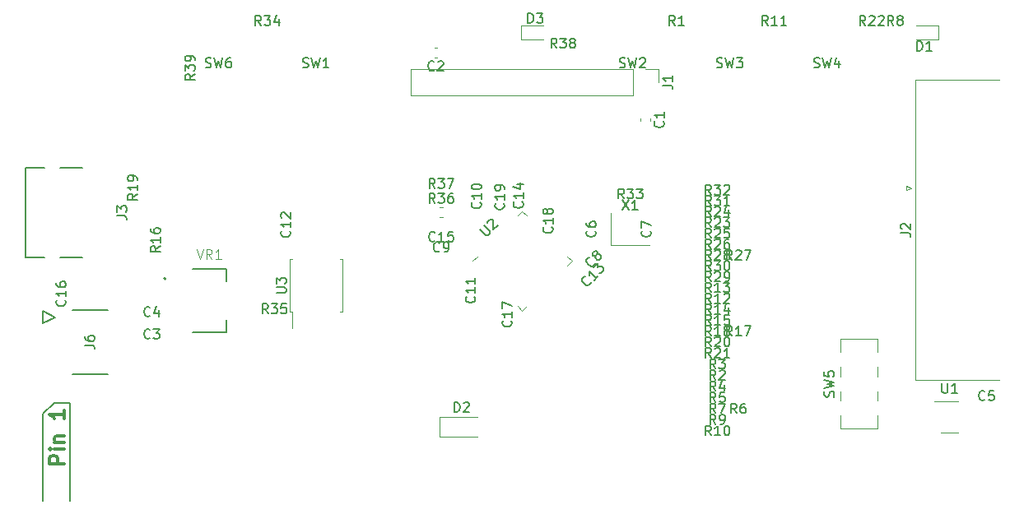
<source format=gto>
G04 #@! TF.GenerationSoftware,KiCad,Pcbnew,6.0.7-f9a2dced07~116~ubuntu22.04.1*
G04 #@! TF.CreationDate,2022-09-25T15:05:22-07:00*
G04 #@! TF.ProjectId,rc2014compat-pico-vga,72633230-3134-4636-9f6d-7061742d7069,rev?*
G04 #@! TF.SameCoordinates,Original*
G04 #@! TF.FileFunction,Legend,Top*
G04 #@! TF.FilePolarity,Positive*
%FSLAX46Y46*%
G04 Gerber Fmt 4.6, Leading zero omitted, Abs format (unit mm)*
G04 Created by KiCad (PCBNEW 6.0.7-f9a2dced07~116~ubuntu22.04.1) date 2022-09-25 15:05:22*
%MOMM*%
%LPD*%
G01*
G04 APERTURE LIST*
%ADD10C,0.200000*%
%ADD11C,0.300000*%
%ADD12C,0.150000*%
%ADD13C,0.015000*%
%ADD14C,0.120000*%
%ADD15C,0.152400*%
%ADD16C,0.127000*%
G04 APERTURE END LIST*
D10*
X154144980Y-144200880D02*
X155326080Y-143019780D01*
X155326080Y-143019780D02*
X156895800Y-143019780D01*
X156895800Y-143019780D02*
X156895800Y-153131520D01*
X154144980Y-153131520D02*
X154144980Y-144200880D01*
X156895800Y-153131520D02*
X156931360Y-153131520D01*
D11*
X156360251Y-149315465D02*
X154860251Y-149315465D01*
X154860251Y-148744037D01*
X154931680Y-148601180D01*
X155003108Y-148529751D01*
X155145965Y-148458322D01*
X155360251Y-148458322D01*
X155503108Y-148529751D01*
X155574537Y-148601180D01*
X155645965Y-148744037D01*
X155645965Y-149315465D01*
X156360251Y-147815465D02*
X155360251Y-147815465D01*
X154860251Y-147815465D02*
X154931680Y-147886894D01*
X155003108Y-147815465D01*
X154931680Y-147744037D01*
X154860251Y-147815465D01*
X155003108Y-147815465D01*
X155360251Y-147101180D02*
X156360251Y-147101180D01*
X155503108Y-147101180D02*
X155431680Y-147029751D01*
X155360251Y-146886894D01*
X155360251Y-146672608D01*
X155431680Y-146529751D01*
X155574537Y-146458322D01*
X156360251Y-146458322D01*
X156360251Y-143815465D02*
X156360251Y-144672608D01*
X156360251Y-144244037D02*
X154860251Y-144244037D01*
X155074537Y-144386894D01*
X155217394Y-144529751D01*
X155288822Y-144672608D01*
D12*
G04 #@! TO.C,R37*
X194479942Y-120942380D02*
X194146609Y-120466190D01*
X193908514Y-120942380D02*
X193908514Y-119942380D01*
X194289466Y-119942380D01*
X194384704Y-119990000D01*
X194432323Y-120037619D01*
X194479942Y-120132857D01*
X194479942Y-120275714D01*
X194432323Y-120370952D01*
X194384704Y-120418571D01*
X194289466Y-120466190D01*
X193908514Y-120466190D01*
X194813276Y-119942380D02*
X195432323Y-119942380D01*
X195098990Y-120323333D01*
X195241847Y-120323333D01*
X195337085Y-120370952D01*
X195384704Y-120418571D01*
X195432323Y-120513809D01*
X195432323Y-120751904D01*
X195384704Y-120847142D01*
X195337085Y-120894761D01*
X195241847Y-120942380D01*
X194956133Y-120942380D01*
X194860895Y-120894761D01*
X194813276Y-120847142D01*
X195765657Y-119942380D02*
X196432323Y-119942380D01*
X196003752Y-120942380D01*
G04 #@! TO.C,R21*
X222877142Y-138401380D02*
X222543809Y-137925190D01*
X222305714Y-138401380D02*
X222305714Y-137401380D01*
X222686666Y-137401380D01*
X222781904Y-137449000D01*
X222829523Y-137496619D01*
X222877142Y-137591857D01*
X222877142Y-137734714D01*
X222829523Y-137829952D01*
X222781904Y-137877571D01*
X222686666Y-137925190D01*
X222305714Y-137925190D01*
X223258095Y-137496619D02*
X223305714Y-137449000D01*
X223400952Y-137401380D01*
X223639047Y-137401380D01*
X223734285Y-137449000D01*
X223781904Y-137496619D01*
X223829523Y-137591857D01*
X223829523Y-137687095D01*
X223781904Y-137829952D01*
X223210476Y-138401380D01*
X223829523Y-138401380D01*
X224781904Y-138401380D02*
X224210476Y-138401380D01*
X224496190Y-138401380D02*
X224496190Y-137401380D01*
X224400952Y-137544238D01*
X224305714Y-137639476D01*
X224210476Y-137687095D01*
G04 #@! TO.C,SW5*
X235479761Y-142430333D02*
X235527380Y-142287476D01*
X235527380Y-142049380D01*
X235479761Y-141954142D01*
X235432142Y-141906523D01*
X235336904Y-141858904D01*
X235241666Y-141858904D01*
X235146428Y-141906523D01*
X235098809Y-141954142D01*
X235051190Y-142049380D01*
X235003571Y-142239857D01*
X234955952Y-142335095D01*
X234908333Y-142382714D01*
X234813095Y-142430333D01*
X234717857Y-142430333D01*
X234622619Y-142382714D01*
X234575000Y-142335095D01*
X234527380Y-142239857D01*
X234527380Y-142001761D01*
X234575000Y-141858904D01*
X234527380Y-141525571D02*
X235527380Y-141287476D01*
X234813095Y-141097000D01*
X235527380Y-140906523D01*
X234527380Y-140668428D01*
X234527380Y-139811285D02*
X234527380Y-140287476D01*
X235003571Y-140335095D01*
X234955952Y-140287476D01*
X234908333Y-140192238D01*
X234908333Y-139954142D01*
X234955952Y-139858904D01*
X235003571Y-139811285D01*
X235098809Y-139763666D01*
X235336904Y-139763666D01*
X235432142Y-139811285D01*
X235479761Y-139858904D01*
X235527380Y-139954142D01*
X235527380Y-140192238D01*
X235479761Y-140287476D01*
X235432142Y-140335095D01*
G04 #@! TO.C,SW1*
X180878666Y-108489761D02*
X181021523Y-108537380D01*
X181259619Y-108537380D01*
X181354857Y-108489761D01*
X181402476Y-108442142D01*
X181450095Y-108346904D01*
X181450095Y-108251666D01*
X181402476Y-108156428D01*
X181354857Y-108108809D01*
X181259619Y-108061190D01*
X181069142Y-108013571D01*
X180973904Y-107965952D01*
X180926285Y-107918333D01*
X180878666Y-107823095D01*
X180878666Y-107727857D01*
X180926285Y-107632619D01*
X180973904Y-107585000D01*
X181069142Y-107537380D01*
X181307238Y-107537380D01*
X181450095Y-107585000D01*
X181783428Y-107537380D02*
X182021523Y-108537380D01*
X182212000Y-107823095D01*
X182402476Y-108537380D01*
X182640571Y-107537380D01*
X183545333Y-108537380D02*
X182973904Y-108537380D01*
X183259619Y-108537380D02*
X183259619Y-107537380D01*
X183164380Y-107680238D01*
X183069142Y-107775476D01*
X182973904Y-107823095D01*
G04 #@! TO.C,C14*
X203453942Y-122359657D02*
X203501561Y-122407276D01*
X203549180Y-122550133D01*
X203549180Y-122645371D01*
X203501561Y-122788228D01*
X203406323Y-122883466D01*
X203311085Y-122931085D01*
X203120609Y-122978704D01*
X202977752Y-122978704D01*
X202787276Y-122931085D01*
X202692038Y-122883466D01*
X202596800Y-122788228D01*
X202549180Y-122645371D01*
X202549180Y-122550133D01*
X202596800Y-122407276D01*
X202644419Y-122359657D01*
X203549180Y-121407276D02*
X203549180Y-121978704D01*
X203549180Y-121692990D02*
X202549180Y-121692990D01*
X202692038Y-121788228D01*
X202787276Y-121883466D01*
X202834895Y-121978704D01*
X202882514Y-120550133D02*
X203549180Y-120550133D01*
X202501561Y-120788228D02*
X203215847Y-121026323D01*
X203215847Y-120407276D01*
G04 #@! TO.C,R10*
X222877142Y-146402380D02*
X222543809Y-145926190D01*
X222305714Y-146402380D02*
X222305714Y-145402380D01*
X222686666Y-145402380D01*
X222781904Y-145450000D01*
X222829523Y-145497619D01*
X222877142Y-145592857D01*
X222877142Y-145735714D01*
X222829523Y-145830952D01*
X222781904Y-145878571D01*
X222686666Y-145926190D01*
X222305714Y-145926190D01*
X223829523Y-146402380D02*
X223258095Y-146402380D01*
X223543809Y-146402380D02*
X223543809Y-145402380D01*
X223448571Y-145545238D01*
X223353333Y-145640476D01*
X223258095Y-145688095D01*
X224448571Y-145402380D02*
X224543809Y-145402380D01*
X224639047Y-145450000D01*
X224686666Y-145497619D01*
X224734285Y-145592857D01*
X224781904Y-145783333D01*
X224781904Y-146021428D01*
X224734285Y-146211904D01*
X224686666Y-146307142D01*
X224639047Y-146354761D01*
X224543809Y-146402380D01*
X224448571Y-146402380D01*
X224353333Y-146354761D01*
X224305714Y-146307142D01*
X224258095Y-146211904D01*
X224210476Y-146021428D01*
X224210476Y-145783333D01*
X224258095Y-145592857D01*
X224305714Y-145497619D01*
X224353333Y-145450000D01*
X224448571Y-145402380D01*
G04 #@! TO.C,C17*
X202288742Y-134602457D02*
X202336361Y-134650076D01*
X202383980Y-134792933D01*
X202383980Y-134888171D01*
X202336361Y-135031028D01*
X202241123Y-135126266D01*
X202145885Y-135173885D01*
X201955409Y-135221504D01*
X201812552Y-135221504D01*
X201622076Y-135173885D01*
X201526838Y-135126266D01*
X201431600Y-135031028D01*
X201383980Y-134888171D01*
X201383980Y-134792933D01*
X201431600Y-134650076D01*
X201479219Y-134602457D01*
X202383980Y-133650076D02*
X202383980Y-134221504D01*
X202383980Y-133935790D02*
X201383980Y-133935790D01*
X201526838Y-134031028D01*
X201622076Y-134126266D01*
X201669695Y-134221504D01*
X201383980Y-133316742D02*
X201383980Y-132650076D01*
X202383980Y-133078647D01*
G04 #@! TO.C,R13*
X222877142Y-131670380D02*
X222543809Y-131194190D01*
X222305714Y-131670380D02*
X222305714Y-130670380D01*
X222686666Y-130670380D01*
X222781904Y-130718000D01*
X222829523Y-130765619D01*
X222877142Y-130860857D01*
X222877142Y-131003714D01*
X222829523Y-131098952D01*
X222781904Y-131146571D01*
X222686666Y-131194190D01*
X222305714Y-131194190D01*
X223829523Y-131670380D02*
X223258095Y-131670380D01*
X223543809Y-131670380D02*
X223543809Y-130670380D01*
X223448571Y-130813238D01*
X223353333Y-130908476D01*
X223258095Y-130956095D01*
X224162857Y-130670380D02*
X224781904Y-130670380D01*
X224448571Y-131051333D01*
X224591428Y-131051333D01*
X224686666Y-131098952D01*
X224734285Y-131146571D01*
X224781904Y-131241809D01*
X224781904Y-131479904D01*
X224734285Y-131575142D01*
X224686666Y-131622761D01*
X224591428Y-131670380D01*
X224305714Y-131670380D01*
X224210476Y-131622761D01*
X224162857Y-131575142D01*
G04 #@! TO.C,R9*
X223353333Y-145259380D02*
X223020000Y-144783190D01*
X222781904Y-145259380D02*
X222781904Y-144259380D01*
X223162857Y-144259380D01*
X223258095Y-144307000D01*
X223305714Y-144354619D01*
X223353333Y-144449857D01*
X223353333Y-144592714D01*
X223305714Y-144687952D01*
X223258095Y-144735571D01*
X223162857Y-144783190D01*
X222781904Y-144783190D01*
X223829523Y-145259380D02*
X224020000Y-145259380D01*
X224115238Y-145211761D01*
X224162857Y-145164142D01*
X224258095Y-145021285D01*
X224305714Y-144830809D01*
X224305714Y-144449857D01*
X224258095Y-144354619D01*
X224210476Y-144307000D01*
X224115238Y-144259380D01*
X223924761Y-144259380D01*
X223829523Y-144307000D01*
X223781904Y-144354619D01*
X223734285Y-144449857D01*
X223734285Y-144687952D01*
X223781904Y-144783190D01*
X223829523Y-144830809D01*
X223924761Y-144878428D01*
X224115238Y-144878428D01*
X224210476Y-144830809D01*
X224258095Y-144783190D01*
X224305714Y-144687952D01*
G04 #@! TO.C,C8*
X210940172Y-128651274D02*
X210940172Y-128718617D01*
X210872828Y-128853304D01*
X210805485Y-128920648D01*
X210670797Y-128987991D01*
X210536110Y-128987991D01*
X210435095Y-128954320D01*
X210266736Y-128853304D01*
X210165721Y-128752289D01*
X210064706Y-128583930D01*
X210031034Y-128482915D01*
X210031034Y-128348228D01*
X210098378Y-128213541D01*
X210165721Y-128146197D01*
X210300408Y-128078854D01*
X210367752Y-128078854D01*
X211007515Y-127910495D02*
X210906500Y-127944167D01*
X210839156Y-127944167D01*
X210738141Y-127910495D01*
X210704469Y-127876823D01*
X210670797Y-127775808D01*
X210670797Y-127708465D01*
X210704469Y-127607449D01*
X210839156Y-127472762D01*
X210940172Y-127439091D01*
X211007515Y-127439091D01*
X211108530Y-127472762D01*
X211142202Y-127506434D01*
X211175874Y-127607449D01*
X211175874Y-127674793D01*
X211142202Y-127775808D01*
X211007515Y-127910495D01*
X210973843Y-128011510D01*
X210973843Y-128078854D01*
X211007515Y-128179869D01*
X211142202Y-128314556D01*
X211243217Y-128348228D01*
X211310561Y-128348228D01*
X211411576Y-128314556D01*
X211546263Y-128179869D01*
X211579935Y-128078854D01*
X211579935Y-128011510D01*
X211546263Y-127910495D01*
X211411576Y-127775808D01*
X211310561Y-127742136D01*
X211243217Y-127742136D01*
X211142202Y-127775808D01*
G04 #@! TO.C,R33*
X213936342Y-122015180D02*
X213603009Y-121538990D01*
X213364914Y-122015180D02*
X213364914Y-121015180D01*
X213745866Y-121015180D01*
X213841104Y-121062800D01*
X213888723Y-121110419D01*
X213936342Y-121205657D01*
X213936342Y-121348514D01*
X213888723Y-121443752D01*
X213841104Y-121491371D01*
X213745866Y-121538990D01*
X213364914Y-121538990D01*
X214269676Y-121015180D02*
X214888723Y-121015180D01*
X214555390Y-121396133D01*
X214698247Y-121396133D01*
X214793485Y-121443752D01*
X214841104Y-121491371D01*
X214888723Y-121586609D01*
X214888723Y-121824704D01*
X214841104Y-121919942D01*
X214793485Y-121967561D01*
X214698247Y-122015180D01*
X214412533Y-122015180D01*
X214317295Y-121967561D01*
X214269676Y-121919942D01*
X215222057Y-121015180D02*
X215841104Y-121015180D01*
X215507771Y-121396133D01*
X215650628Y-121396133D01*
X215745866Y-121443752D01*
X215793485Y-121491371D01*
X215841104Y-121586609D01*
X215841104Y-121824704D01*
X215793485Y-121919942D01*
X215745866Y-121967561D01*
X215650628Y-122015180D01*
X215364914Y-122015180D01*
X215269676Y-121967561D01*
X215222057Y-121919942D01*
G04 #@! TO.C,R16*
X166214380Y-126931657D02*
X165738190Y-127264990D01*
X166214380Y-127503085D02*
X165214380Y-127503085D01*
X165214380Y-127122133D01*
X165262000Y-127026895D01*
X165309619Y-126979276D01*
X165404857Y-126931657D01*
X165547714Y-126931657D01*
X165642952Y-126979276D01*
X165690571Y-127026895D01*
X165738190Y-127122133D01*
X165738190Y-127503085D01*
X166214380Y-125979276D02*
X166214380Y-126550704D01*
X166214380Y-126264990D02*
X165214380Y-126264990D01*
X165357238Y-126360228D01*
X165452476Y-126455466D01*
X165500095Y-126550704D01*
X165214380Y-125122133D02*
X165214380Y-125312609D01*
X165262000Y-125407847D01*
X165309619Y-125455466D01*
X165452476Y-125550704D01*
X165642952Y-125598323D01*
X166023904Y-125598323D01*
X166119142Y-125550704D01*
X166166761Y-125503085D01*
X166214380Y-125407847D01*
X166214380Y-125217371D01*
X166166761Y-125122133D01*
X166119142Y-125074514D01*
X166023904Y-125026895D01*
X165785809Y-125026895D01*
X165690571Y-125074514D01*
X165642952Y-125122133D01*
X165595333Y-125217371D01*
X165595333Y-125407847D01*
X165642952Y-125503085D01*
X165690571Y-125550704D01*
X165785809Y-125598323D01*
G04 #@! TO.C,R1*
X219162333Y-104184380D02*
X218829000Y-103708190D01*
X218590904Y-104184380D02*
X218590904Y-103184380D01*
X218971857Y-103184380D01*
X219067095Y-103232000D01*
X219114714Y-103279619D01*
X219162333Y-103374857D01*
X219162333Y-103517714D01*
X219114714Y-103612952D01*
X219067095Y-103660571D01*
X218971857Y-103708190D01*
X218590904Y-103708190D01*
X220114714Y-104184380D02*
X219543285Y-104184380D01*
X219829000Y-104184380D02*
X219829000Y-103184380D01*
X219733761Y-103327238D01*
X219638523Y-103422476D01*
X219543285Y-103470095D01*
G04 #@! TO.C,D1*
X244051904Y-106792380D02*
X244051904Y-105792380D01*
X244290000Y-105792380D01*
X244432857Y-105840000D01*
X244528095Y-105935238D01*
X244575714Y-106030476D01*
X244623333Y-106220952D01*
X244623333Y-106363809D01*
X244575714Y-106554285D01*
X244528095Y-106649523D01*
X244432857Y-106744761D01*
X244290000Y-106792380D01*
X244051904Y-106792380D01*
X245575714Y-106792380D02*
X245004285Y-106792380D01*
X245290000Y-106792380D02*
X245290000Y-105792380D01*
X245194761Y-105935238D01*
X245099523Y-106030476D01*
X245004285Y-106078095D01*
G04 #@! TO.C,R35*
X177309542Y-133851580D02*
X176976209Y-133375390D01*
X176738114Y-133851580D02*
X176738114Y-132851580D01*
X177119066Y-132851580D01*
X177214304Y-132899200D01*
X177261923Y-132946819D01*
X177309542Y-133042057D01*
X177309542Y-133184914D01*
X177261923Y-133280152D01*
X177214304Y-133327771D01*
X177119066Y-133375390D01*
X176738114Y-133375390D01*
X177642876Y-132851580D02*
X178261923Y-132851580D01*
X177928590Y-133232533D01*
X178071447Y-133232533D01*
X178166685Y-133280152D01*
X178214304Y-133327771D01*
X178261923Y-133423009D01*
X178261923Y-133661104D01*
X178214304Y-133756342D01*
X178166685Y-133803961D01*
X178071447Y-133851580D01*
X177785733Y-133851580D01*
X177690495Y-133803961D01*
X177642876Y-133756342D01*
X179166685Y-132851580D02*
X178690495Y-132851580D01*
X178642876Y-133327771D01*
X178690495Y-133280152D01*
X178785733Y-133232533D01*
X179023828Y-133232533D01*
X179119066Y-133280152D01*
X179166685Y-133327771D01*
X179214304Y-133423009D01*
X179214304Y-133661104D01*
X179166685Y-133756342D01*
X179119066Y-133803961D01*
X179023828Y-133851580D01*
X178785733Y-133851580D01*
X178690495Y-133803961D01*
X178642876Y-133756342D01*
G04 #@! TO.C,C11*
X198529542Y-132113257D02*
X198577161Y-132160876D01*
X198624780Y-132303733D01*
X198624780Y-132398971D01*
X198577161Y-132541828D01*
X198481923Y-132637066D01*
X198386685Y-132684685D01*
X198196209Y-132732304D01*
X198053352Y-132732304D01*
X197862876Y-132684685D01*
X197767638Y-132637066D01*
X197672400Y-132541828D01*
X197624780Y-132398971D01*
X197624780Y-132303733D01*
X197672400Y-132160876D01*
X197720019Y-132113257D01*
X198624780Y-131160876D02*
X198624780Y-131732304D01*
X198624780Y-131446590D02*
X197624780Y-131446590D01*
X197767638Y-131541828D01*
X197862876Y-131637066D01*
X197910495Y-131732304D01*
X198624780Y-130208495D02*
X198624780Y-130779923D01*
X198624780Y-130494209D02*
X197624780Y-130494209D01*
X197767638Y-130589447D01*
X197862876Y-130684685D01*
X197910495Y-130779923D01*
G04 #@! TO.C,R3*
X223353333Y-139544380D02*
X223020000Y-139068190D01*
X222781904Y-139544380D02*
X222781904Y-138544380D01*
X223162857Y-138544380D01*
X223258095Y-138592000D01*
X223305714Y-138639619D01*
X223353333Y-138734857D01*
X223353333Y-138877714D01*
X223305714Y-138972952D01*
X223258095Y-139020571D01*
X223162857Y-139068190D01*
X222781904Y-139068190D01*
X223686666Y-138544380D02*
X224305714Y-138544380D01*
X223972380Y-138925333D01*
X224115238Y-138925333D01*
X224210476Y-138972952D01*
X224258095Y-139020571D01*
X224305714Y-139115809D01*
X224305714Y-139353904D01*
X224258095Y-139449142D01*
X224210476Y-139496761D01*
X224115238Y-139544380D01*
X223829523Y-139544380D01*
X223734285Y-139496761D01*
X223686666Y-139449142D01*
G04 #@! TO.C,R5*
X223353333Y-142973380D02*
X223020000Y-142497190D01*
X222781904Y-142973380D02*
X222781904Y-141973380D01*
X223162857Y-141973380D01*
X223258095Y-142021000D01*
X223305714Y-142068619D01*
X223353333Y-142163857D01*
X223353333Y-142306714D01*
X223305714Y-142401952D01*
X223258095Y-142449571D01*
X223162857Y-142497190D01*
X222781904Y-142497190D01*
X224258095Y-141973380D02*
X223781904Y-141973380D01*
X223734285Y-142449571D01*
X223781904Y-142401952D01*
X223877142Y-142354333D01*
X224115238Y-142354333D01*
X224210476Y-142401952D01*
X224258095Y-142449571D01*
X224305714Y-142544809D01*
X224305714Y-142782904D01*
X224258095Y-142878142D01*
X224210476Y-142925761D01*
X224115238Y-142973380D01*
X223877142Y-142973380D01*
X223781904Y-142925761D01*
X223734285Y-142878142D01*
G04 #@! TO.C,C16*
X156413142Y-132468857D02*
X156460761Y-132516476D01*
X156508380Y-132659333D01*
X156508380Y-132754571D01*
X156460761Y-132897428D01*
X156365523Y-132992666D01*
X156270285Y-133040285D01*
X156079809Y-133087904D01*
X155936952Y-133087904D01*
X155746476Y-133040285D01*
X155651238Y-132992666D01*
X155556000Y-132897428D01*
X155508380Y-132754571D01*
X155508380Y-132659333D01*
X155556000Y-132516476D01*
X155603619Y-132468857D01*
X156508380Y-131516476D02*
X156508380Y-132087904D01*
X156508380Y-131802190D02*
X155508380Y-131802190D01*
X155651238Y-131897428D01*
X155746476Y-131992666D01*
X155794095Y-132087904D01*
X155508380Y-130659333D02*
X155508380Y-130849809D01*
X155556000Y-130945047D01*
X155603619Y-130992666D01*
X155746476Y-131087904D01*
X155936952Y-131135523D01*
X156317904Y-131135523D01*
X156413142Y-131087904D01*
X156460761Y-131040285D01*
X156508380Y-130945047D01*
X156508380Y-130754571D01*
X156460761Y-130659333D01*
X156413142Y-130611714D01*
X156317904Y-130564095D01*
X156079809Y-130564095D01*
X155984571Y-130611714D01*
X155936952Y-130659333D01*
X155889333Y-130754571D01*
X155889333Y-130945047D01*
X155936952Y-131040285D01*
X155984571Y-131087904D01*
X156079809Y-131135523D01*
G04 #@! TO.C,SW4*
X233456666Y-108489761D02*
X233599523Y-108537380D01*
X233837619Y-108537380D01*
X233932857Y-108489761D01*
X233980476Y-108442142D01*
X234028095Y-108346904D01*
X234028095Y-108251666D01*
X233980476Y-108156428D01*
X233932857Y-108108809D01*
X233837619Y-108061190D01*
X233647142Y-108013571D01*
X233551904Y-107965952D01*
X233504285Y-107918333D01*
X233456666Y-107823095D01*
X233456666Y-107727857D01*
X233504285Y-107632619D01*
X233551904Y-107585000D01*
X233647142Y-107537380D01*
X233885238Y-107537380D01*
X234028095Y-107585000D01*
X234361428Y-107537380D02*
X234599523Y-108537380D01*
X234790000Y-107823095D01*
X234980476Y-108537380D01*
X235218571Y-107537380D01*
X236028095Y-107870714D02*
X236028095Y-108537380D01*
X235790000Y-107489761D02*
X235551904Y-108204047D01*
X236170952Y-108204047D01*
G04 #@! TO.C,R24*
X222877142Y-123847180D02*
X222543809Y-123370990D01*
X222305714Y-123847180D02*
X222305714Y-122847180D01*
X222686666Y-122847180D01*
X222781904Y-122894800D01*
X222829523Y-122942419D01*
X222877142Y-123037657D01*
X222877142Y-123180514D01*
X222829523Y-123275752D01*
X222781904Y-123323371D01*
X222686666Y-123370990D01*
X222305714Y-123370990D01*
X223258095Y-122942419D02*
X223305714Y-122894800D01*
X223400952Y-122847180D01*
X223639047Y-122847180D01*
X223734285Y-122894800D01*
X223781904Y-122942419D01*
X223829523Y-123037657D01*
X223829523Y-123132895D01*
X223781904Y-123275752D01*
X223210476Y-123847180D01*
X223829523Y-123847180D01*
X224686666Y-123180514D02*
X224686666Y-123847180D01*
X224448571Y-122799561D02*
X224210476Y-123513847D01*
X224829523Y-123513847D01*
G04 #@! TO.C,SW6*
X170878666Y-108489761D02*
X171021523Y-108537380D01*
X171259619Y-108537380D01*
X171354857Y-108489761D01*
X171402476Y-108442142D01*
X171450095Y-108346904D01*
X171450095Y-108251666D01*
X171402476Y-108156428D01*
X171354857Y-108108809D01*
X171259619Y-108061190D01*
X171069142Y-108013571D01*
X170973904Y-107965952D01*
X170926285Y-107918333D01*
X170878666Y-107823095D01*
X170878666Y-107727857D01*
X170926285Y-107632619D01*
X170973904Y-107585000D01*
X171069142Y-107537380D01*
X171307238Y-107537380D01*
X171450095Y-107585000D01*
X171783428Y-107537380D02*
X172021523Y-108537380D01*
X172212000Y-107823095D01*
X172402476Y-108537380D01*
X172640571Y-107537380D01*
X173450095Y-107537380D02*
X173259619Y-107537380D01*
X173164380Y-107585000D01*
X173116761Y-107632619D01*
X173021523Y-107775476D01*
X172973904Y-107965952D01*
X172973904Y-108346904D01*
X173021523Y-108442142D01*
X173069142Y-108489761D01*
X173164380Y-108537380D01*
X173354857Y-108537380D01*
X173450095Y-108489761D01*
X173497714Y-108442142D01*
X173545333Y-108346904D01*
X173545333Y-108108809D01*
X173497714Y-108013571D01*
X173450095Y-107965952D01*
X173354857Y-107918333D01*
X173164380Y-107918333D01*
X173069142Y-107965952D01*
X173021523Y-108013571D01*
X172973904Y-108108809D01*
G04 #@! TO.C,R30*
X222877142Y-129435180D02*
X222543809Y-128958990D01*
X222305714Y-129435180D02*
X222305714Y-128435180D01*
X222686666Y-128435180D01*
X222781904Y-128482800D01*
X222829523Y-128530419D01*
X222877142Y-128625657D01*
X222877142Y-128768514D01*
X222829523Y-128863752D01*
X222781904Y-128911371D01*
X222686666Y-128958990D01*
X222305714Y-128958990D01*
X223210476Y-128435180D02*
X223829523Y-128435180D01*
X223496190Y-128816133D01*
X223639047Y-128816133D01*
X223734285Y-128863752D01*
X223781904Y-128911371D01*
X223829523Y-129006609D01*
X223829523Y-129244704D01*
X223781904Y-129339942D01*
X223734285Y-129387561D01*
X223639047Y-129435180D01*
X223353333Y-129435180D01*
X223258095Y-129387561D01*
X223210476Y-129339942D01*
X224448571Y-128435180D02*
X224543809Y-128435180D01*
X224639047Y-128482800D01*
X224686666Y-128530419D01*
X224734285Y-128625657D01*
X224781904Y-128816133D01*
X224781904Y-129054228D01*
X224734285Y-129244704D01*
X224686666Y-129339942D01*
X224639047Y-129387561D01*
X224543809Y-129435180D01*
X224448571Y-129435180D01*
X224353333Y-129387561D01*
X224305714Y-129339942D01*
X224258095Y-129244704D01*
X224210476Y-129054228D01*
X224210476Y-128816133D01*
X224258095Y-128625657D01*
X224305714Y-128530419D01*
X224353333Y-128482800D01*
X224448571Y-128435180D01*
G04 #@! TO.C,J1*
X217931680Y-110366133D02*
X218645966Y-110366133D01*
X218788823Y-110413752D01*
X218884061Y-110508990D01*
X218931680Y-110651847D01*
X218931680Y-110747085D01*
X218931680Y-109366133D02*
X218931680Y-109937561D01*
X218931680Y-109651847D02*
X217931680Y-109651847D01*
X218074538Y-109747085D01*
X218169776Y-109842323D01*
X218217395Y-109937561D01*
G04 #@! TO.C,C3*
X165187333Y-136350342D02*
X165139714Y-136397961D01*
X164996857Y-136445580D01*
X164901619Y-136445580D01*
X164758761Y-136397961D01*
X164663523Y-136302723D01*
X164615904Y-136207485D01*
X164568285Y-136017009D01*
X164568285Y-135874152D01*
X164615904Y-135683676D01*
X164663523Y-135588438D01*
X164758761Y-135493200D01*
X164901619Y-135445580D01*
X164996857Y-135445580D01*
X165139714Y-135493200D01*
X165187333Y-135540819D01*
X165520666Y-135445580D02*
X166139714Y-135445580D01*
X165806380Y-135826533D01*
X165949238Y-135826533D01*
X166044476Y-135874152D01*
X166092095Y-135921771D01*
X166139714Y-136017009D01*
X166139714Y-136255104D01*
X166092095Y-136350342D01*
X166044476Y-136397961D01*
X165949238Y-136445580D01*
X165663523Y-136445580D01*
X165568285Y-136397961D01*
X165520666Y-136350342D01*
G04 #@! TO.C,J2*
X242398049Y-125570333D02*
X243112335Y-125570333D01*
X243255192Y-125617952D01*
X243350430Y-125713190D01*
X243398049Y-125856047D01*
X243398049Y-125951285D01*
X242493288Y-125141761D02*
X242445669Y-125094142D01*
X242398049Y-124998904D01*
X242398049Y-124760809D01*
X242445669Y-124665571D01*
X242493288Y-124617952D01*
X242588526Y-124570333D01*
X242683764Y-124570333D01*
X242826621Y-124617952D01*
X243398049Y-125189380D01*
X243398049Y-124570333D01*
G04 #@! TO.C,U1*
X246634095Y-141027580D02*
X246634095Y-141837104D01*
X246681714Y-141932342D01*
X246729333Y-141979961D01*
X246824571Y-142027580D01*
X247015047Y-142027580D01*
X247110285Y-141979961D01*
X247157904Y-141932342D01*
X247205523Y-141837104D01*
X247205523Y-141027580D01*
X248205523Y-142027580D02*
X247634095Y-142027580D01*
X247919809Y-142027580D02*
X247919809Y-141027580D01*
X247824571Y-141170438D01*
X247729333Y-141265676D01*
X247634095Y-141313295D01*
G04 #@! TO.C,R23*
X222877142Y-124964780D02*
X222543809Y-124488590D01*
X222305714Y-124964780D02*
X222305714Y-123964780D01*
X222686666Y-123964780D01*
X222781904Y-124012400D01*
X222829523Y-124060019D01*
X222877142Y-124155257D01*
X222877142Y-124298114D01*
X222829523Y-124393352D01*
X222781904Y-124440971D01*
X222686666Y-124488590D01*
X222305714Y-124488590D01*
X223258095Y-124060019D02*
X223305714Y-124012400D01*
X223400952Y-123964780D01*
X223639047Y-123964780D01*
X223734285Y-124012400D01*
X223781904Y-124060019D01*
X223829523Y-124155257D01*
X223829523Y-124250495D01*
X223781904Y-124393352D01*
X223210476Y-124964780D01*
X223829523Y-124964780D01*
X224162857Y-123964780D02*
X224781904Y-123964780D01*
X224448571Y-124345733D01*
X224591428Y-124345733D01*
X224686666Y-124393352D01*
X224734285Y-124440971D01*
X224781904Y-124536209D01*
X224781904Y-124774304D01*
X224734285Y-124869542D01*
X224686666Y-124917161D01*
X224591428Y-124964780D01*
X224305714Y-124964780D01*
X224210476Y-124917161D01*
X224162857Y-124869542D01*
G04 #@! TO.C,D3*
X204051904Y-103932380D02*
X204051904Y-102932380D01*
X204290000Y-102932380D01*
X204432857Y-102980000D01*
X204528095Y-103075238D01*
X204575714Y-103170476D01*
X204623333Y-103360952D01*
X204623333Y-103503809D01*
X204575714Y-103694285D01*
X204528095Y-103789523D01*
X204432857Y-103884761D01*
X204290000Y-103932380D01*
X204051904Y-103932380D01*
X204956666Y-102932380D02*
X205575714Y-102932380D01*
X205242380Y-103313333D01*
X205385238Y-103313333D01*
X205480476Y-103360952D01*
X205528095Y-103408571D01*
X205575714Y-103503809D01*
X205575714Y-103741904D01*
X205528095Y-103837142D01*
X205480476Y-103884761D01*
X205385238Y-103932380D01*
X205099523Y-103932380D01*
X205004285Y-103884761D01*
X204956666Y-103837142D01*
G04 #@! TO.C,R2*
X223353333Y-140687380D02*
X223020000Y-140211190D01*
X222781904Y-140687380D02*
X222781904Y-139687380D01*
X223162857Y-139687380D01*
X223258095Y-139735000D01*
X223305714Y-139782619D01*
X223353333Y-139877857D01*
X223353333Y-140020714D01*
X223305714Y-140115952D01*
X223258095Y-140163571D01*
X223162857Y-140211190D01*
X222781904Y-140211190D01*
X223734285Y-139782619D02*
X223781904Y-139735000D01*
X223877142Y-139687380D01*
X224115238Y-139687380D01*
X224210476Y-139735000D01*
X224258095Y-139782619D01*
X224305714Y-139877857D01*
X224305714Y-139973095D01*
X224258095Y-140115952D01*
X223686666Y-140687380D01*
X224305714Y-140687380D01*
G04 #@! TO.C,R7*
X223353333Y-144116380D02*
X223020000Y-143640190D01*
X222781904Y-144116380D02*
X222781904Y-143116380D01*
X223162857Y-143116380D01*
X223258095Y-143164000D01*
X223305714Y-143211619D01*
X223353333Y-143306857D01*
X223353333Y-143449714D01*
X223305714Y-143544952D01*
X223258095Y-143592571D01*
X223162857Y-143640190D01*
X222781904Y-143640190D01*
X223686666Y-143116380D02*
X224353333Y-143116380D01*
X223924761Y-144116380D01*
G04 #@! TO.C,C6*
X210921542Y-125337866D02*
X210969161Y-125385485D01*
X211016780Y-125528342D01*
X211016780Y-125623580D01*
X210969161Y-125766438D01*
X210873923Y-125861676D01*
X210778685Y-125909295D01*
X210588209Y-125956914D01*
X210445352Y-125956914D01*
X210254876Y-125909295D01*
X210159638Y-125861676D01*
X210064400Y-125766438D01*
X210016780Y-125623580D01*
X210016780Y-125528342D01*
X210064400Y-125385485D01*
X210112019Y-125337866D01*
X210016780Y-124480723D02*
X210016780Y-124671200D01*
X210064400Y-124766438D01*
X210112019Y-124814057D01*
X210254876Y-124909295D01*
X210445352Y-124956914D01*
X210826304Y-124956914D01*
X210921542Y-124909295D01*
X210969161Y-124861676D01*
X211016780Y-124766438D01*
X211016780Y-124575961D01*
X210969161Y-124480723D01*
X210921542Y-124433104D01*
X210826304Y-124385485D01*
X210588209Y-124385485D01*
X210492971Y-124433104D01*
X210445352Y-124480723D01*
X210397733Y-124575961D01*
X210397733Y-124766438D01*
X210445352Y-124861676D01*
X210492971Y-124909295D01*
X210588209Y-124956914D01*
G04 #@! TO.C,R32*
X222877142Y-121611980D02*
X222543809Y-121135790D01*
X222305714Y-121611980D02*
X222305714Y-120611980D01*
X222686666Y-120611980D01*
X222781904Y-120659600D01*
X222829523Y-120707219D01*
X222877142Y-120802457D01*
X222877142Y-120945314D01*
X222829523Y-121040552D01*
X222781904Y-121088171D01*
X222686666Y-121135790D01*
X222305714Y-121135790D01*
X223210476Y-120611980D02*
X223829523Y-120611980D01*
X223496190Y-120992933D01*
X223639047Y-120992933D01*
X223734285Y-121040552D01*
X223781904Y-121088171D01*
X223829523Y-121183409D01*
X223829523Y-121421504D01*
X223781904Y-121516742D01*
X223734285Y-121564361D01*
X223639047Y-121611980D01*
X223353333Y-121611980D01*
X223258095Y-121564361D01*
X223210476Y-121516742D01*
X224210476Y-120707219D02*
X224258095Y-120659600D01*
X224353333Y-120611980D01*
X224591428Y-120611980D01*
X224686666Y-120659600D01*
X224734285Y-120707219D01*
X224781904Y-120802457D01*
X224781904Y-120897695D01*
X224734285Y-121040552D01*
X224162857Y-121611980D01*
X224781904Y-121611980D01*
G04 #@! TO.C,R29*
X222877142Y-130552780D02*
X222543809Y-130076590D01*
X222305714Y-130552780D02*
X222305714Y-129552780D01*
X222686666Y-129552780D01*
X222781904Y-129600400D01*
X222829523Y-129648019D01*
X222877142Y-129743257D01*
X222877142Y-129886114D01*
X222829523Y-129981352D01*
X222781904Y-130028971D01*
X222686666Y-130076590D01*
X222305714Y-130076590D01*
X223258095Y-129648019D02*
X223305714Y-129600400D01*
X223400952Y-129552780D01*
X223639047Y-129552780D01*
X223734285Y-129600400D01*
X223781904Y-129648019D01*
X223829523Y-129743257D01*
X223829523Y-129838495D01*
X223781904Y-129981352D01*
X223210476Y-130552780D01*
X223829523Y-130552780D01*
X224305714Y-130552780D02*
X224496190Y-130552780D01*
X224591428Y-130505161D01*
X224639047Y-130457542D01*
X224734285Y-130314685D01*
X224781904Y-130124209D01*
X224781904Y-129743257D01*
X224734285Y-129648019D01*
X224686666Y-129600400D01*
X224591428Y-129552780D01*
X224400952Y-129552780D01*
X224305714Y-129600400D01*
X224258095Y-129648019D01*
X224210476Y-129743257D01*
X224210476Y-129981352D01*
X224258095Y-130076590D01*
X224305714Y-130124209D01*
X224400952Y-130171828D01*
X224591428Y-130171828D01*
X224686666Y-130124209D01*
X224734285Y-130076590D01*
X224781904Y-129981352D01*
G04 #@! TO.C,D2*
X196467504Y-143994380D02*
X196467504Y-142994380D01*
X196705600Y-142994380D01*
X196848457Y-143042000D01*
X196943695Y-143137238D01*
X196991314Y-143232476D01*
X197038933Y-143422952D01*
X197038933Y-143565809D01*
X196991314Y-143756285D01*
X196943695Y-143851523D01*
X196848457Y-143946761D01*
X196705600Y-143994380D01*
X196467504Y-143994380D01*
X197419885Y-143089619D02*
X197467504Y-143042000D01*
X197562742Y-142994380D01*
X197800838Y-142994380D01*
X197896076Y-143042000D01*
X197943695Y-143089619D01*
X197991314Y-143184857D01*
X197991314Y-143280095D01*
X197943695Y-143422952D01*
X197372266Y-143994380D01*
X197991314Y-143994380D01*
G04 #@! TO.C,R22*
X238752142Y-104184380D02*
X238418809Y-103708190D01*
X238180714Y-104184380D02*
X238180714Y-103184380D01*
X238561666Y-103184380D01*
X238656904Y-103232000D01*
X238704523Y-103279619D01*
X238752142Y-103374857D01*
X238752142Y-103517714D01*
X238704523Y-103612952D01*
X238656904Y-103660571D01*
X238561666Y-103708190D01*
X238180714Y-103708190D01*
X239133095Y-103279619D02*
X239180714Y-103232000D01*
X239275952Y-103184380D01*
X239514047Y-103184380D01*
X239609285Y-103232000D01*
X239656904Y-103279619D01*
X239704523Y-103374857D01*
X239704523Y-103470095D01*
X239656904Y-103612952D01*
X239085476Y-104184380D01*
X239704523Y-104184380D01*
X240085476Y-103279619D02*
X240133095Y-103232000D01*
X240228333Y-103184380D01*
X240466428Y-103184380D01*
X240561666Y-103232000D01*
X240609285Y-103279619D01*
X240656904Y-103374857D01*
X240656904Y-103470095D01*
X240609285Y-103612952D01*
X240037857Y-104184380D01*
X240656904Y-104184380D01*
G04 #@! TO.C,C10*
X199135942Y-122410457D02*
X199183561Y-122458076D01*
X199231180Y-122600933D01*
X199231180Y-122696171D01*
X199183561Y-122839028D01*
X199088323Y-122934266D01*
X198993085Y-122981885D01*
X198802609Y-123029504D01*
X198659752Y-123029504D01*
X198469276Y-122981885D01*
X198374038Y-122934266D01*
X198278800Y-122839028D01*
X198231180Y-122696171D01*
X198231180Y-122600933D01*
X198278800Y-122458076D01*
X198326419Y-122410457D01*
X199231180Y-121458076D02*
X199231180Y-122029504D01*
X199231180Y-121743790D02*
X198231180Y-121743790D01*
X198374038Y-121839028D01*
X198469276Y-121934266D01*
X198516895Y-122029504D01*
X198231180Y-120839028D02*
X198231180Y-120743790D01*
X198278800Y-120648552D01*
X198326419Y-120600933D01*
X198421657Y-120553314D01*
X198612133Y-120505695D01*
X198850228Y-120505695D01*
X199040704Y-120553314D01*
X199135942Y-120600933D01*
X199183561Y-120648552D01*
X199231180Y-120743790D01*
X199231180Y-120839028D01*
X199183561Y-120934266D01*
X199135942Y-120981885D01*
X199040704Y-121029504D01*
X198850228Y-121077123D01*
X198612133Y-121077123D01*
X198421657Y-121029504D01*
X198326419Y-120981885D01*
X198278800Y-120934266D01*
X198231180Y-120839028D01*
G04 #@! TO.C,R27*
X225036142Y-128317580D02*
X224702809Y-127841390D01*
X224464714Y-128317580D02*
X224464714Y-127317580D01*
X224845666Y-127317580D01*
X224940904Y-127365200D01*
X224988523Y-127412819D01*
X225036142Y-127508057D01*
X225036142Y-127650914D01*
X224988523Y-127746152D01*
X224940904Y-127793771D01*
X224845666Y-127841390D01*
X224464714Y-127841390D01*
X225417095Y-127412819D02*
X225464714Y-127365200D01*
X225559952Y-127317580D01*
X225798047Y-127317580D01*
X225893285Y-127365200D01*
X225940904Y-127412819D01*
X225988523Y-127508057D01*
X225988523Y-127603295D01*
X225940904Y-127746152D01*
X225369476Y-128317580D01*
X225988523Y-128317580D01*
X226321857Y-127317580D02*
X226988523Y-127317580D01*
X226559952Y-128317580D01*
G04 #@! TO.C,C18*
X206501942Y-124950457D02*
X206549561Y-124998076D01*
X206597180Y-125140933D01*
X206597180Y-125236171D01*
X206549561Y-125379028D01*
X206454323Y-125474266D01*
X206359085Y-125521885D01*
X206168609Y-125569504D01*
X206025752Y-125569504D01*
X205835276Y-125521885D01*
X205740038Y-125474266D01*
X205644800Y-125379028D01*
X205597180Y-125236171D01*
X205597180Y-125140933D01*
X205644800Y-124998076D01*
X205692419Y-124950457D01*
X206597180Y-123998076D02*
X206597180Y-124569504D01*
X206597180Y-124283790D02*
X205597180Y-124283790D01*
X205740038Y-124379028D01*
X205835276Y-124474266D01*
X205882895Y-124569504D01*
X206025752Y-123426647D02*
X205978133Y-123521885D01*
X205930514Y-123569504D01*
X205835276Y-123617123D01*
X205787657Y-123617123D01*
X205692419Y-123569504D01*
X205644800Y-123521885D01*
X205597180Y-123426647D01*
X205597180Y-123236171D01*
X205644800Y-123140933D01*
X205692419Y-123093314D01*
X205787657Y-123045695D01*
X205835276Y-123045695D01*
X205930514Y-123093314D01*
X205978133Y-123140933D01*
X206025752Y-123236171D01*
X206025752Y-123426647D01*
X206073371Y-123521885D01*
X206120990Y-123569504D01*
X206216228Y-123617123D01*
X206406704Y-123617123D01*
X206501942Y-123569504D01*
X206549561Y-123521885D01*
X206597180Y-123426647D01*
X206597180Y-123236171D01*
X206549561Y-123140933D01*
X206501942Y-123093314D01*
X206406704Y-123045695D01*
X206216228Y-123045695D01*
X206120990Y-123093314D01*
X206073371Y-123140933D01*
X206025752Y-123236171D01*
G04 #@! TO.C,R38*
X207002142Y-106524380D02*
X206668809Y-106048190D01*
X206430714Y-106524380D02*
X206430714Y-105524380D01*
X206811666Y-105524380D01*
X206906904Y-105572000D01*
X206954523Y-105619619D01*
X207002142Y-105714857D01*
X207002142Y-105857714D01*
X206954523Y-105952952D01*
X206906904Y-106000571D01*
X206811666Y-106048190D01*
X206430714Y-106048190D01*
X207335476Y-105524380D02*
X207954523Y-105524380D01*
X207621190Y-105905333D01*
X207764047Y-105905333D01*
X207859285Y-105952952D01*
X207906904Y-106000571D01*
X207954523Y-106095809D01*
X207954523Y-106333904D01*
X207906904Y-106429142D01*
X207859285Y-106476761D01*
X207764047Y-106524380D01*
X207478333Y-106524380D01*
X207383095Y-106476761D01*
X207335476Y-106429142D01*
X208525952Y-105952952D02*
X208430714Y-105905333D01*
X208383095Y-105857714D01*
X208335476Y-105762476D01*
X208335476Y-105714857D01*
X208383095Y-105619619D01*
X208430714Y-105572000D01*
X208525952Y-105524380D01*
X208716428Y-105524380D01*
X208811666Y-105572000D01*
X208859285Y-105619619D01*
X208906904Y-105714857D01*
X208906904Y-105762476D01*
X208859285Y-105857714D01*
X208811666Y-105905333D01*
X208716428Y-105952952D01*
X208525952Y-105952952D01*
X208430714Y-106000571D01*
X208383095Y-106048190D01*
X208335476Y-106143428D01*
X208335476Y-106333904D01*
X208383095Y-106429142D01*
X208430714Y-106476761D01*
X208525952Y-106524380D01*
X208716428Y-106524380D01*
X208811666Y-106476761D01*
X208859285Y-106429142D01*
X208906904Y-106333904D01*
X208906904Y-106143428D01*
X208859285Y-106048190D01*
X208811666Y-106000571D01*
X208716428Y-105952952D01*
G04 #@! TO.C,SW2*
X213456666Y-108489761D02*
X213599523Y-108537380D01*
X213837619Y-108537380D01*
X213932857Y-108489761D01*
X213980476Y-108442142D01*
X214028095Y-108346904D01*
X214028095Y-108251666D01*
X213980476Y-108156428D01*
X213932857Y-108108809D01*
X213837619Y-108061190D01*
X213647142Y-108013571D01*
X213551904Y-107965952D01*
X213504285Y-107918333D01*
X213456666Y-107823095D01*
X213456666Y-107727857D01*
X213504285Y-107632619D01*
X213551904Y-107585000D01*
X213647142Y-107537380D01*
X213885238Y-107537380D01*
X214028095Y-107585000D01*
X214361428Y-107537380D02*
X214599523Y-108537380D01*
X214790000Y-107823095D01*
X214980476Y-108537380D01*
X215218571Y-107537380D01*
X215551904Y-107632619D02*
X215599523Y-107585000D01*
X215694761Y-107537380D01*
X215932857Y-107537380D01*
X216028095Y-107585000D01*
X216075714Y-107632619D01*
X216123333Y-107727857D01*
X216123333Y-107823095D01*
X216075714Y-107965952D01*
X215504285Y-108537380D01*
X216123333Y-108537380D01*
G04 #@! TO.C,J6*
X158456380Y-137112333D02*
X159170666Y-137112333D01*
X159313523Y-137159952D01*
X159408761Y-137255190D01*
X159456380Y-137398047D01*
X159456380Y-137493285D01*
X158456380Y-136207571D02*
X158456380Y-136398047D01*
X158504000Y-136493285D01*
X158551619Y-136540904D01*
X158694476Y-136636142D01*
X158884952Y-136683761D01*
X159265904Y-136683761D01*
X159361142Y-136636142D01*
X159408761Y-136588523D01*
X159456380Y-136493285D01*
X159456380Y-136302809D01*
X159408761Y-136207571D01*
X159361142Y-136159952D01*
X159265904Y-136112333D01*
X159027809Y-136112333D01*
X158932571Y-136159952D01*
X158884952Y-136207571D01*
X158837333Y-136302809D01*
X158837333Y-136493285D01*
X158884952Y-136588523D01*
X158932571Y-136636142D01*
X159027809Y-136683761D01*
G04 #@! TO.C,SW3*
X223456666Y-108489761D02*
X223599523Y-108537380D01*
X223837619Y-108537380D01*
X223932857Y-108489761D01*
X223980476Y-108442142D01*
X224028095Y-108346904D01*
X224028095Y-108251666D01*
X223980476Y-108156428D01*
X223932857Y-108108809D01*
X223837619Y-108061190D01*
X223647142Y-108013571D01*
X223551904Y-107965952D01*
X223504285Y-107918333D01*
X223456666Y-107823095D01*
X223456666Y-107727857D01*
X223504285Y-107632619D01*
X223551904Y-107585000D01*
X223647142Y-107537380D01*
X223885238Y-107537380D01*
X224028095Y-107585000D01*
X224361428Y-107537380D02*
X224599523Y-108537380D01*
X224790000Y-107823095D01*
X224980476Y-108537380D01*
X225218571Y-107537380D01*
X225504285Y-107537380D02*
X226123333Y-107537380D01*
X225790000Y-107918333D01*
X225932857Y-107918333D01*
X226028095Y-107965952D01*
X226075714Y-108013571D01*
X226123333Y-108108809D01*
X226123333Y-108346904D01*
X226075714Y-108442142D01*
X226028095Y-108489761D01*
X225932857Y-108537380D01*
X225647142Y-108537380D01*
X225551904Y-108489761D01*
X225504285Y-108442142D01*
G04 #@! TO.C,R20*
X222877142Y-137258380D02*
X222543809Y-136782190D01*
X222305714Y-137258380D02*
X222305714Y-136258380D01*
X222686666Y-136258380D01*
X222781904Y-136306000D01*
X222829523Y-136353619D01*
X222877142Y-136448857D01*
X222877142Y-136591714D01*
X222829523Y-136686952D01*
X222781904Y-136734571D01*
X222686666Y-136782190D01*
X222305714Y-136782190D01*
X223258095Y-136353619D02*
X223305714Y-136306000D01*
X223400952Y-136258380D01*
X223639047Y-136258380D01*
X223734285Y-136306000D01*
X223781904Y-136353619D01*
X223829523Y-136448857D01*
X223829523Y-136544095D01*
X223781904Y-136686952D01*
X223210476Y-137258380D01*
X223829523Y-137258380D01*
X224448571Y-136258380D02*
X224543809Y-136258380D01*
X224639047Y-136306000D01*
X224686666Y-136353619D01*
X224734285Y-136448857D01*
X224781904Y-136639333D01*
X224781904Y-136877428D01*
X224734285Y-137067904D01*
X224686666Y-137163142D01*
X224639047Y-137210761D01*
X224543809Y-137258380D01*
X224448571Y-137258380D01*
X224353333Y-137210761D01*
X224305714Y-137163142D01*
X224258095Y-137067904D01*
X224210476Y-136877428D01*
X224210476Y-136639333D01*
X224258095Y-136448857D01*
X224305714Y-136353619D01*
X224353333Y-136306000D01*
X224448571Y-136258380D01*
G04 #@! TO.C,J3*
X161774380Y-123777333D02*
X162488666Y-123777333D01*
X162631523Y-123824952D01*
X162726761Y-123920190D01*
X162774380Y-124063047D01*
X162774380Y-124158285D01*
X161774380Y-123396380D02*
X161774380Y-122777333D01*
X162155333Y-123110666D01*
X162155333Y-122967809D01*
X162202952Y-122872571D01*
X162250571Y-122824952D01*
X162345809Y-122777333D01*
X162583904Y-122777333D01*
X162679142Y-122824952D01*
X162726761Y-122872571D01*
X162774380Y-122967809D01*
X162774380Y-123253523D01*
X162726761Y-123348761D01*
X162679142Y-123396380D01*
G04 #@! TO.C,C15*
X194479942Y-126342742D02*
X194432323Y-126390361D01*
X194289466Y-126437980D01*
X194194228Y-126437980D01*
X194051371Y-126390361D01*
X193956133Y-126295123D01*
X193908514Y-126199885D01*
X193860895Y-126009409D01*
X193860895Y-125866552D01*
X193908514Y-125676076D01*
X193956133Y-125580838D01*
X194051371Y-125485600D01*
X194194228Y-125437980D01*
X194289466Y-125437980D01*
X194432323Y-125485600D01*
X194479942Y-125533219D01*
X195432323Y-126437980D02*
X194860895Y-126437980D01*
X195146609Y-126437980D02*
X195146609Y-125437980D01*
X195051371Y-125580838D01*
X194956133Y-125676076D01*
X194860895Y-125723695D01*
X196337085Y-125437980D02*
X195860895Y-125437980D01*
X195813276Y-125914171D01*
X195860895Y-125866552D01*
X195956133Y-125818933D01*
X196194228Y-125818933D01*
X196289466Y-125866552D01*
X196337085Y-125914171D01*
X196384704Y-126009409D01*
X196384704Y-126247504D01*
X196337085Y-126342742D01*
X196289466Y-126390361D01*
X196194228Y-126437980D01*
X195956133Y-126437980D01*
X195860895Y-126390361D01*
X195813276Y-126342742D01*
G04 #@! TO.C,C1*
X217941142Y-114060266D02*
X217988761Y-114107885D01*
X218036380Y-114250742D01*
X218036380Y-114345980D01*
X217988761Y-114488838D01*
X217893523Y-114584076D01*
X217798285Y-114631695D01*
X217607809Y-114679314D01*
X217464952Y-114679314D01*
X217274476Y-114631695D01*
X217179238Y-114584076D01*
X217084000Y-114488838D01*
X217036380Y-114345980D01*
X217036380Y-114250742D01*
X217084000Y-114107885D01*
X217131619Y-114060266D01*
X218036380Y-113107885D02*
X218036380Y-113679314D01*
X218036380Y-113393600D02*
X217036380Y-113393600D01*
X217179238Y-113488838D01*
X217274476Y-113584076D01*
X217322095Y-113679314D01*
G04 #@! TO.C,R17*
X225036142Y-136140780D02*
X224702809Y-135664590D01*
X224464714Y-136140780D02*
X224464714Y-135140780D01*
X224845666Y-135140780D01*
X224940904Y-135188400D01*
X224988523Y-135236019D01*
X225036142Y-135331257D01*
X225036142Y-135474114D01*
X224988523Y-135569352D01*
X224940904Y-135616971D01*
X224845666Y-135664590D01*
X224464714Y-135664590D01*
X225988523Y-136140780D02*
X225417095Y-136140780D01*
X225702809Y-136140780D02*
X225702809Y-135140780D01*
X225607571Y-135283638D01*
X225512333Y-135378876D01*
X225417095Y-135426495D01*
X226321857Y-135140780D02*
X226988523Y-135140780D01*
X226559952Y-136140780D01*
G04 #@! TO.C,R28*
X222877142Y-128317580D02*
X222543809Y-127841390D01*
X222305714Y-128317580D02*
X222305714Y-127317580D01*
X222686666Y-127317580D01*
X222781904Y-127365200D01*
X222829523Y-127412819D01*
X222877142Y-127508057D01*
X222877142Y-127650914D01*
X222829523Y-127746152D01*
X222781904Y-127793771D01*
X222686666Y-127841390D01*
X222305714Y-127841390D01*
X223258095Y-127412819D02*
X223305714Y-127365200D01*
X223400952Y-127317580D01*
X223639047Y-127317580D01*
X223734285Y-127365200D01*
X223781904Y-127412819D01*
X223829523Y-127508057D01*
X223829523Y-127603295D01*
X223781904Y-127746152D01*
X223210476Y-128317580D01*
X223829523Y-128317580D01*
X224400952Y-127746152D02*
X224305714Y-127698533D01*
X224258095Y-127650914D01*
X224210476Y-127555676D01*
X224210476Y-127508057D01*
X224258095Y-127412819D01*
X224305714Y-127365200D01*
X224400952Y-127317580D01*
X224591428Y-127317580D01*
X224686666Y-127365200D01*
X224734285Y-127412819D01*
X224781904Y-127508057D01*
X224781904Y-127555676D01*
X224734285Y-127650914D01*
X224686666Y-127698533D01*
X224591428Y-127746152D01*
X224400952Y-127746152D01*
X224305714Y-127793771D01*
X224258095Y-127841390D01*
X224210476Y-127936628D01*
X224210476Y-128127104D01*
X224258095Y-128222342D01*
X224305714Y-128269961D01*
X224400952Y-128317580D01*
X224591428Y-128317580D01*
X224686666Y-128269961D01*
X224734285Y-128222342D01*
X224781904Y-128127104D01*
X224781904Y-127936628D01*
X224734285Y-127841390D01*
X224686666Y-127793771D01*
X224591428Y-127746152D01*
G04 #@! TO.C,R15*
X222877142Y-135023180D02*
X222543809Y-134546990D01*
X222305714Y-135023180D02*
X222305714Y-134023180D01*
X222686666Y-134023180D01*
X222781904Y-134070800D01*
X222829523Y-134118419D01*
X222877142Y-134213657D01*
X222877142Y-134356514D01*
X222829523Y-134451752D01*
X222781904Y-134499371D01*
X222686666Y-134546990D01*
X222305714Y-134546990D01*
X223829523Y-135023180D02*
X223258095Y-135023180D01*
X223543809Y-135023180D02*
X223543809Y-134023180D01*
X223448571Y-134166038D01*
X223353333Y-134261276D01*
X223258095Y-134308895D01*
X224734285Y-134023180D02*
X224258095Y-134023180D01*
X224210476Y-134499371D01*
X224258095Y-134451752D01*
X224353333Y-134404133D01*
X224591428Y-134404133D01*
X224686666Y-134451752D01*
X224734285Y-134499371D01*
X224781904Y-134594609D01*
X224781904Y-134832704D01*
X224734285Y-134927942D01*
X224686666Y-134975561D01*
X224591428Y-135023180D01*
X224353333Y-135023180D01*
X224258095Y-134975561D01*
X224210476Y-134927942D01*
G04 #@! TO.C,C5*
X251039333Y-142697142D02*
X250991714Y-142744761D01*
X250848857Y-142792380D01*
X250753619Y-142792380D01*
X250610761Y-142744761D01*
X250515523Y-142649523D01*
X250467904Y-142554285D01*
X250420285Y-142363809D01*
X250420285Y-142220952D01*
X250467904Y-142030476D01*
X250515523Y-141935238D01*
X250610761Y-141840000D01*
X250753619Y-141792380D01*
X250848857Y-141792380D01*
X250991714Y-141840000D01*
X251039333Y-141887619D01*
X251944095Y-141792380D02*
X251467904Y-141792380D01*
X251420285Y-142268571D01*
X251467904Y-142220952D01*
X251563142Y-142173333D01*
X251801238Y-142173333D01*
X251896476Y-142220952D01*
X251944095Y-142268571D01*
X251991714Y-142363809D01*
X251991714Y-142601904D01*
X251944095Y-142697142D01*
X251896476Y-142744761D01*
X251801238Y-142792380D01*
X251563142Y-142792380D01*
X251467904Y-142744761D01*
X251420285Y-142697142D01*
G04 #@! TO.C,U3*
X178162780Y-131724304D02*
X178972304Y-131724304D01*
X179067542Y-131676685D01*
X179115161Y-131629066D01*
X179162780Y-131533828D01*
X179162780Y-131343352D01*
X179115161Y-131248114D01*
X179067542Y-131200495D01*
X178972304Y-131152876D01*
X178162780Y-131152876D01*
X178162780Y-130771923D02*
X178162780Y-130152876D01*
X178543733Y-130486209D01*
X178543733Y-130343352D01*
X178591352Y-130248114D01*
X178638971Y-130200495D01*
X178734209Y-130152876D01*
X178972304Y-130152876D01*
X179067542Y-130200495D01*
X179115161Y-130248114D01*
X179162780Y-130343352D01*
X179162780Y-130629066D01*
X179115161Y-130724304D01*
X179067542Y-130771923D01*
G04 #@! TO.C,U2*
X199115071Y-125178367D02*
X199687491Y-125750787D01*
X199788506Y-125784459D01*
X199855850Y-125784459D01*
X199956865Y-125750787D01*
X200091552Y-125616100D01*
X200125224Y-125515085D01*
X200125224Y-125447741D01*
X200091552Y-125346726D01*
X199519132Y-124774306D01*
X199889522Y-124538604D02*
X199889522Y-124471261D01*
X199923193Y-124370245D01*
X200091552Y-124201887D01*
X200192567Y-124168215D01*
X200259911Y-124168215D01*
X200360926Y-124201887D01*
X200428270Y-124269230D01*
X200495613Y-124403917D01*
X200495613Y-125212039D01*
X200933346Y-124774306D01*
G04 #@! TO.C,R14*
X222877142Y-133905580D02*
X222543809Y-133429390D01*
X222305714Y-133905580D02*
X222305714Y-132905580D01*
X222686666Y-132905580D01*
X222781904Y-132953200D01*
X222829523Y-133000819D01*
X222877142Y-133096057D01*
X222877142Y-133238914D01*
X222829523Y-133334152D01*
X222781904Y-133381771D01*
X222686666Y-133429390D01*
X222305714Y-133429390D01*
X223829523Y-133905580D02*
X223258095Y-133905580D01*
X223543809Y-133905580D02*
X223543809Y-132905580D01*
X223448571Y-133048438D01*
X223353333Y-133143676D01*
X223258095Y-133191295D01*
X224686666Y-133238914D02*
X224686666Y-133905580D01*
X224448571Y-132857961D02*
X224210476Y-133572247D01*
X224829523Y-133572247D01*
G04 #@! TO.C,C12*
X179527142Y-125356857D02*
X179574761Y-125404476D01*
X179622380Y-125547333D01*
X179622380Y-125642571D01*
X179574761Y-125785428D01*
X179479523Y-125880666D01*
X179384285Y-125928285D01*
X179193809Y-125975904D01*
X179050952Y-125975904D01*
X178860476Y-125928285D01*
X178765238Y-125880666D01*
X178670000Y-125785428D01*
X178622380Y-125642571D01*
X178622380Y-125547333D01*
X178670000Y-125404476D01*
X178717619Y-125356857D01*
X179622380Y-124404476D02*
X179622380Y-124975904D01*
X179622380Y-124690190D02*
X178622380Y-124690190D01*
X178765238Y-124785428D01*
X178860476Y-124880666D01*
X178908095Y-124975904D01*
X178717619Y-124023523D02*
X178670000Y-123975904D01*
X178622380Y-123880666D01*
X178622380Y-123642571D01*
X178670000Y-123547333D01*
X178717619Y-123499714D01*
X178812857Y-123452095D01*
X178908095Y-123452095D01*
X179050952Y-123499714D01*
X179622380Y-124071142D01*
X179622380Y-123452095D01*
G04 #@! TO.C,R39*
X169767180Y-109202457D02*
X169290990Y-109535790D01*
X169767180Y-109773885D02*
X168767180Y-109773885D01*
X168767180Y-109392933D01*
X168814800Y-109297695D01*
X168862419Y-109250076D01*
X168957657Y-109202457D01*
X169100514Y-109202457D01*
X169195752Y-109250076D01*
X169243371Y-109297695D01*
X169290990Y-109392933D01*
X169290990Y-109773885D01*
X168767180Y-108869123D02*
X168767180Y-108250076D01*
X169148133Y-108583409D01*
X169148133Y-108440552D01*
X169195752Y-108345314D01*
X169243371Y-108297695D01*
X169338609Y-108250076D01*
X169576704Y-108250076D01*
X169671942Y-108297695D01*
X169719561Y-108345314D01*
X169767180Y-108440552D01*
X169767180Y-108726266D01*
X169719561Y-108821504D01*
X169671942Y-108869123D01*
X169767180Y-107773885D02*
X169767180Y-107583409D01*
X169719561Y-107488171D01*
X169671942Y-107440552D01*
X169529085Y-107345314D01*
X169338609Y-107297695D01*
X168957657Y-107297695D01*
X168862419Y-107345314D01*
X168814800Y-107392933D01*
X168767180Y-107488171D01*
X168767180Y-107678647D01*
X168814800Y-107773885D01*
X168862419Y-107821504D01*
X168957657Y-107869123D01*
X169195752Y-107869123D01*
X169290990Y-107821504D01*
X169338609Y-107773885D01*
X169386228Y-107678647D01*
X169386228Y-107488171D01*
X169338609Y-107392933D01*
X169290990Y-107345314D01*
X169195752Y-107297695D01*
G04 #@! TO.C,C19*
X201523542Y-122512057D02*
X201571161Y-122559676D01*
X201618780Y-122702533D01*
X201618780Y-122797771D01*
X201571161Y-122940628D01*
X201475923Y-123035866D01*
X201380685Y-123083485D01*
X201190209Y-123131104D01*
X201047352Y-123131104D01*
X200856876Y-123083485D01*
X200761638Y-123035866D01*
X200666400Y-122940628D01*
X200618780Y-122797771D01*
X200618780Y-122702533D01*
X200666400Y-122559676D01*
X200714019Y-122512057D01*
X201618780Y-121559676D02*
X201618780Y-122131104D01*
X201618780Y-121845390D02*
X200618780Y-121845390D01*
X200761638Y-121940628D01*
X200856876Y-122035866D01*
X200904495Y-122131104D01*
X201618780Y-121083485D02*
X201618780Y-120893009D01*
X201571161Y-120797771D01*
X201523542Y-120750152D01*
X201380685Y-120654914D01*
X201190209Y-120607295D01*
X200809257Y-120607295D01*
X200714019Y-120654914D01*
X200666400Y-120702533D01*
X200618780Y-120797771D01*
X200618780Y-120988247D01*
X200666400Y-121083485D01*
X200714019Y-121131104D01*
X200809257Y-121178723D01*
X201047352Y-121178723D01*
X201142590Y-121131104D01*
X201190209Y-121083485D01*
X201237828Y-120988247D01*
X201237828Y-120797771D01*
X201190209Y-120702533D01*
X201142590Y-120654914D01*
X201047352Y-120607295D01*
G04 #@! TO.C,C9*
X194956133Y-127409542D02*
X194908514Y-127457161D01*
X194765657Y-127504780D01*
X194670419Y-127504780D01*
X194527561Y-127457161D01*
X194432323Y-127361923D01*
X194384704Y-127266685D01*
X194337085Y-127076209D01*
X194337085Y-126933352D01*
X194384704Y-126742876D01*
X194432323Y-126647638D01*
X194527561Y-126552400D01*
X194670419Y-126504780D01*
X194765657Y-126504780D01*
X194908514Y-126552400D01*
X194956133Y-126600019D01*
X195432323Y-127504780D02*
X195622800Y-127504780D01*
X195718038Y-127457161D01*
X195765657Y-127409542D01*
X195860895Y-127266685D01*
X195908514Y-127076209D01*
X195908514Y-126695257D01*
X195860895Y-126600019D01*
X195813276Y-126552400D01*
X195718038Y-126504780D01*
X195527561Y-126504780D01*
X195432323Y-126552400D01*
X195384704Y-126600019D01*
X195337085Y-126695257D01*
X195337085Y-126933352D01*
X195384704Y-127028590D01*
X195432323Y-127076209D01*
X195527561Y-127123828D01*
X195718038Y-127123828D01*
X195813276Y-127076209D01*
X195860895Y-127028590D01*
X195908514Y-126933352D01*
G04 #@! TO.C,X1*
X213769676Y-122173580D02*
X214436342Y-123173580D01*
X214436342Y-122173580D02*
X213769676Y-123173580D01*
X215341104Y-123173580D02*
X214769676Y-123173580D01*
X215055390Y-123173580D02*
X215055390Y-122173580D01*
X214960152Y-122316438D01*
X214864914Y-122411676D01*
X214769676Y-122459295D01*
G04 #@! TO.C,R36*
X194479942Y-122466380D02*
X194146609Y-121990190D01*
X193908514Y-122466380D02*
X193908514Y-121466380D01*
X194289466Y-121466380D01*
X194384704Y-121514000D01*
X194432323Y-121561619D01*
X194479942Y-121656857D01*
X194479942Y-121799714D01*
X194432323Y-121894952D01*
X194384704Y-121942571D01*
X194289466Y-121990190D01*
X193908514Y-121990190D01*
X194813276Y-121466380D02*
X195432323Y-121466380D01*
X195098990Y-121847333D01*
X195241847Y-121847333D01*
X195337085Y-121894952D01*
X195384704Y-121942571D01*
X195432323Y-122037809D01*
X195432323Y-122275904D01*
X195384704Y-122371142D01*
X195337085Y-122418761D01*
X195241847Y-122466380D01*
X194956133Y-122466380D01*
X194860895Y-122418761D01*
X194813276Y-122371142D01*
X196289466Y-121466380D02*
X196098990Y-121466380D01*
X196003752Y-121514000D01*
X195956133Y-121561619D01*
X195860895Y-121704476D01*
X195813276Y-121894952D01*
X195813276Y-122275904D01*
X195860895Y-122371142D01*
X195908514Y-122418761D01*
X196003752Y-122466380D01*
X196194228Y-122466380D01*
X196289466Y-122418761D01*
X196337085Y-122371142D01*
X196384704Y-122275904D01*
X196384704Y-122037809D01*
X196337085Y-121942571D01*
X196289466Y-121894952D01*
X196194228Y-121847333D01*
X196003752Y-121847333D01*
X195908514Y-121894952D01*
X195860895Y-121942571D01*
X195813276Y-122037809D01*
G04 #@! TO.C,R34*
X176598342Y-104184380D02*
X176265009Y-103708190D01*
X176026914Y-104184380D02*
X176026914Y-103184380D01*
X176407866Y-103184380D01*
X176503104Y-103232000D01*
X176550723Y-103279619D01*
X176598342Y-103374857D01*
X176598342Y-103517714D01*
X176550723Y-103612952D01*
X176503104Y-103660571D01*
X176407866Y-103708190D01*
X176026914Y-103708190D01*
X176931676Y-103184380D02*
X177550723Y-103184380D01*
X177217390Y-103565333D01*
X177360247Y-103565333D01*
X177455485Y-103612952D01*
X177503104Y-103660571D01*
X177550723Y-103755809D01*
X177550723Y-103993904D01*
X177503104Y-104089142D01*
X177455485Y-104136761D01*
X177360247Y-104184380D01*
X177074533Y-104184380D01*
X176979295Y-104136761D01*
X176931676Y-104089142D01*
X178407866Y-103517714D02*
X178407866Y-104184380D01*
X178169771Y-103136761D02*
X177931676Y-103851047D01*
X178550723Y-103851047D01*
D13*
G04 #@! TO.C,VR1*
X169963076Y-127235580D02*
X170296409Y-128235580D01*
X170629742Y-127235580D01*
X171534504Y-128235580D02*
X171201171Y-127759390D01*
X170963076Y-128235580D02*
X170963076Y-127235580D01*
X171344028Y-127235580D01*
X171439266Y-127283200D01*
X171486885Y-127330819D01*
X171534504Y-127426057D01*
X171534504Y-127568914D01*
X171486885Y-127664152D01*
X171439266Y-127711771D01*
X171344028Y-127759390D01*
X170963076Y-127759390D01*
X172486885Y-128235580D02*
X171915457Y-128235580D01*
X172201171Y-128235580D02*
X172201171Y-127235580D01*
X172105933Y-127378438D01*
X172010695Y-127473676D01*
X171915457Y-127521295D01*
D12*
G04 #@! TO.C,C4*
X165187333Y-134064342D02*
X165139714Y-134111961D01*
X164996857Y-134159580D01*
X164901619Y-134159580D01*
X164758761Y-134111961D01*
X164663523Y-134016723D01*
X164615904Y-133921485D01*
X164568285Y-133731009D01*
X164568285Y-133588152D01*
X164615904Y-133397676D01*
X164663523Y-133302438D01*
X164758761Y-133207200D01*
X164901619Y-133159580D01*
X164996857Y-133159580D01*
X165139714Y-133207200D01*
X165187333Y-133254819D01*
X166044476Y-133492914D02*
X166044476Y-134159580D01*
X165806380Y-133111961D02*
X165568285Y-133826247D01*
X166187333Y-133826247D01*
G04 #@! TO.C,C2*
X194397333Y-108771942D02*
X194349714Y-108819561D01*
X194206857Y-108867180D01*
X194111619Y-108867180D01*
X193968761Y-108819561D01*
X193873523Y-108724323D01*
X193825904Y-108629085D01*
X193778285Y-108438609D01*
X193778285Y-108295752D01*
X193825904Y-108105276D01*
X193873523Y-108010038D01*
X193968761Y-107914800D01*
X194111619Y-107867180D01*
X194206857Y-107867180D01*
X194349714Y-107914800D01*
X194397333Y-107962419D01*
X194778285Y-107962419D02*
X194825904Y-107914800D01*
X194921142Y-107867180D01*
X195159238Y-107867180D01*
X195254476Y-107914800D01*
X195302095Y-107962419D01*
X195349714Y-108057657D01*
X195349714Y-108152895D01*
X195302095Y-108295752D01*
X194730666Y-108867180D01*
X195349714Y-108867180D01*
G04 #@! TO.C,R4*
X223353333Y-141830380D02*
X223020000Y-141354190D01*
X222781904Y-141830380D02*
X222781904Y-140830380D01*
X223162857Y-140830380D01*
X223258095Y-140878000D01*
X223305714Y-140925619D01*
X223353333Y-141020857D01*
X223353333Y-141163714D01*
X223305714Y-141258952D01*
X223258095Y-141306571D01*
X223162857Y-141354190D01*
X222781904Y-141354190D01*
X224210476Y-141163714D02*
X224210476Y-141830380D01*
X223972380Y-140782761D02*
X223734285Y-141497047D01*
X224353333Y-141497047D01*
G04 #@! TO.C,R6*
X225512333Y-144116380D02*
X225179000Y-143640190D01*
X224940904Y-144116380D02*
X224940904Y-143116380D01*
X225321857Y-143116380D01*
X225417095Y-143164000D01*
X225464714Y-143211619D01*
X225512333Y-143306857D01*
X225512333Y-143449714D01*
X225464714Y-143544952D01*
X225417095Y-143592571D01*
X225321857Y-143640190D01*
X224940904Y-143640190D01*
X226369476Y-143116380D02*
X226179000Y-143116380D01*
X226083761Y-143164000D01*
X226036142Y-143211619D01*
X225940904Y-143354476D01*
X225893285Y-143544952D01*
X225893285Y-143925904D01*
X225940904Y-144021142D01*
X225988523Y-144068761D01*
X226083761Y-144116380D01*
X226274238Y-144116380D01*
X226369476Y-144068761D01*
X226417095Y-144021142D01*
X226464714Y-143925904D01*
X226464714Y-143687809D01*
X226417095Y-143592571D01*
X226369476Y-143544952D01*
X226274238Y-143497333D01*
X226083761Y-143497333D01*
X225988523Y-143544952D01*
X225940904Y-143592571D01*
X225893285Y-143687809D01*
G04 #@! TO.C,R12*
X222877142Y-132787980D02*
X222543809Y-132311790D01*
X222305714Y-132787980D02*
X222305714Y-131787980D01*
X222686666Y-131787980D01*
X222781904Y-131835600D01*
X222829523Y-131883219D01*
X222877142Y-131978457D01*
X222877142Y-132121314D01*
X222829523Y-132216552D01*
X222781904Y-132264171D01*
X222686666Y-132311790D01*
X222305714Y-132311790D01*
X223829523Y-132787980D02*
X223258095Y-132787980D01*
X223543809Y-132787980D02*
X223543809Y-131787980D01*
X223448571Y-131930838D01*
X223353333Y-132026076D01*
X223258095Y-132073695D01*
X224210476Y-131883219D02*
X224258095Y-131835600D01*
X224353333Y-131787980D01*
X224591428Y-131787980D01*
X224686666Y-131835600D01*
X224734285Y-131883219D01*
X224781904Y-131978457D01*
X224781904Y-132073695D01*
X224734285Y-132216552D01*
X224162857Y-132787980D01*
X224781904Y-132787980D01*
G04 #@! TO.C,R19*
X163874380Y-121546857D02*
X163398190Y-121880190D01*
X163874380Y-122118285D02*
X162874380Y-122118285D01*
X162874380Y-121737333D01*
X162922000Y-121642095D01*
X162969619Y-121594476D01*
X163064857Y-121546857D01*
X163207714Y-121546857D01*
X163302952Y-121594476D01*
X163350571Y-121642095D01*
X163398190Y-121737333D01*
X163398190Y-122118285D01*
X163874380Y-120594476D02*
X163874380Y-121165904D01*
X163874380Y-120880190D02*
X162874380Y-120880190D01*
X163017238Y-120975428D01*
X163112476Y-121070666D01*
X163160095Y-121165904D01*
X163874380Y-120118285D02*
X163874380Y-119927809D01*
X163826761Y-119832571D01*
X163779142Y-119784952D01*
X163636285Y-119689714D01*
X163445809Y-119642095D01*
X163064857Y-119642095D01*
X162969619Y-119689714D01*
X162922000Y-119737333D01*
X162874380Y-119832571D01*
X162874380Y-120023047D01*
X162922000Y-120118285D01*
X162969619Y-120165904D01*
X163064857Y-120213523D01*
X163302952Y-120213523D01*
X163398190Y-120165904D01*
X163445809Y-120118285D01*
X163493428Y-120023047D01*
X163493428Y-119832571D01*
X163445809Y-119737333D01*
X163398190Y-119689714D01*
X163302952Y-119642095D01*
G04 #@! TO.C,C13*
X210501854Y-130613591D02*
X210501854Y-130680935D01*
X210434510Y-130815622D01*
X210367167Y-130882965D01*
X210232480Y-130950309D01*
X210097793Y-130950309D01*
X209996778Y-130916637D01*
X209828419Y-130815622D01*
X209727404Y-130714607D01*
X209626388Y-130546248D01*
X209592717Y-130445233D01*
X209592717Y-130310546D01*
X209660060Y-130175859D01*
X209727404Y-130108515D01*
X209862091Y-130041172D01*
X209929434Y-130041172D01*
X211242633Y-130007500D02*
X210838572Y-130411561D01*
X211040602Y-130209530D02*
X210333495Y-129502423D01*
X210367167Y-129670782D01*
X210367167Y-129805469D01*
X210333495Y-129906485D01*
X210771228Y-129064691D02*
X211208961Y-128626958D01*
X211242633Y-129132034D01*
X211343648Y-129031019D01*
X211444663Y-128997347D01*
X211512007Y-128997347D01*
X211613022Y-129031019D01*
X211781381Y-129199378D01*
X211815052Y-129300393D01*
X211815052Y-129367736D01*
X211781381Y-129468752D01*
X211579350Y-129670782D01*
X211478335Y-129704454D01*
X211410991Y-129704454D01*
G04 #@! TO.C,R18*
X222877142Y-136140780D02*
X222543809Y-135664590D01*
X222305714Y-136140780D02*
X222305714Y-135140780D01*
X222686666Y-135140780D01*
X222781904Y-135188400D01*
X222829523Y-135236019D01*
X222877142Y-135331257D01*
X222877142Y-135474114D01*
X222829523Y-135569352D01*
X222781904Y-135616971D01*
X222686666Y-135664590D01*
X222305714Y-135664590D01*
X223829523Y-136140780D02*
X223258095Y-136140780D01*
X223543809Y-136140780D02*
X223543809Y-135140780D01*
X223448571Y-135283638D01*
X223353333Y-135378876D01*
X223258095Y-135426495D01*
X224400952Y-135569352D02*
X224305714Y-135521733D01*
X224258095Y-135474114D01*
X224210476Y-135378876D01*
X224210476Y-135331257D01*
X224258095Y-135236019D01*
X224305714Y-135188400D01*
X224400952Y-135140780D01*
X224591428Y-135140780D01*
X224686666Y-135188400D01*
X224734285Y-135236019D01*
X224781904Y-135331257D01*
X224781904Y-135378876D01*
X224734285Y-135474114D01*
X224686666Y-135521733D01*
X224591428Y-135569352D01*
X224400952Y-135569352D01*
X224305714Y-135616971D01*
X224258095Y-135664590D01*
X224210476Y-135759828D01*
X224210476Y-135950304D01*
X224258095Y-136045542D01*
X224305714Y-136093161D01*
X224400952Y-136140780D01*
X224591428Y-136140780D01*
X224686666Y-136093161D01*
X224734285Y-136045542D01*
X224781904Y-135950304D01*
X224781904Y-135759828D01*
X224734285Y-135664590D01*
X224686666Y-135616971D01*
X224591428Y-135569352D01*
G04 #@! TO.C,R26*
X222877142Y-127199980D02*
X222543809Y-126723790D01*
X222305714Y-127199980D02*
X222305714Y-126199980D01*
X222686666Y-126199980D01*
X222781904Y-126247600D01*
X222829523Y-126295219D01*
X222877142Y-126390457D01*
X222877142Y-126533314D01*
X222829523Y-126628552D01*
X222781904Y-126676171D01*
X222686666Y-126723790D01*
X222305714Y-126723790D01*
X223258095Y-126295219D02*
X223305714Y-126247600D01*
X223400952Y-126199980D01*
X223639047Y-126199980D01*
X223734285Y-126247600D01*
X223781904Y-126295219D01*
X223829523Y-126390457D01*
X223829523Y-126485695D01*
X223781904Y-126628552D01*
X223210476Y-127199980D01*
X223829523Y-127199980D01*
X224686666Y-126199980D02*
X224496190Y-126199980D01*
X224400952Y-126247600D01*
X224353333Y-126295219D01*
X224258095Y-126438076D01*
X224210476Y-126628552D01*
X224210476Y-127009504D01*
X224258095Y-127104742D01*
X224305714Y-127152361D01*
X224400952Y-127199980D01*
X224591428Y-127199980D01*
X224686666Y-127152361D01*
X224734285Y-127104742D01*
X224781904Y-127009504D01*
X224781904Y-126771409D01*
X224734285Y-126676171D01*
X224686666Y-126628552D01*
X224591428Y-126580933D01*
X224400952Y-126580933D01*
X224305714Y-126628552D01*
X224258095Y-126676171D01*
X224210476Y-126771409D01*
G04 #@! TO.C,R25*
X222877142Y-126082380D02*
X222543809Y-125606190D01*
X222305714Y-126082380D02*
X222305714Y-125082380D01*
X222686666Y-125082380D01*
X222781904Y-125130000D01*
X222829523Y-125177619D01*
X222877142Y-125272857D01*
X222877142Y-125415714D01*
X222829523Y-125510952D01*
X222781904Y-125558571D01*
X222686666Y-125606190D01*
X222305714Y-125606190D01*
X223258095Y-125177619D02*
X223305714Y-125130000D01*
X223400952Y-125082380D01*
X223639047Y-125082380D01*
X223734285Y-125130000D01*
X223781904Y-125177619D01*
X223829523Y-125272857D01*
X223829523Y-125368095D01*
X223781904Y-125510952D01*
X223210476Y-126082380D01*
X223829523Y-126082380D01*
X224734285Y-125082380D02*
X224258095Y-125082380D01*
X224210476Y-125558571D01*
X224258095Y-125510952D01*
X224353333Y-125463333D01*
X224591428Y-125463333D01*
X224686666Y-125510952D01*
X224734285Y-125558571D01*
X224781904Y-125653809D01*
X224781904Y-125891904D01*
X224734285Y-125987142D01*
X224686666Y-126034761D01*
X224591428Y-126082380D01*
X224353333Y-126082380D01*
X224258095Y-126034761D01*
X224210476Y-125987142D01*
G04 #@! TO.C,R8*
X241641333Y-104184380D02*
X241308000Y-103708190D01*
X241069904Y-104184380D02*
X241069904Y-103184380D01*
X241450857Y-103184380D01*
X241546095Y-103232000D01*
X241593714Y-103279619D01*
X241641333Y-103374857D01*
X241641333Y-103517714D01*
X241593714Y-103612952D01*
X241546095Y-103660571D01*
X241450857Y-103708190D01*
X241069904Y-103708190D01*
X242212761Y-103612952D02*
X242117523Y-103565333D01*
X242069904Y-103517714D01*
X242022285Y-103422476D01*
X242022285Y-103374857D01*
X242069904Y-103279619D01*
X242117523Y-103232000D01*
X242212761Y-103184380D01*
X242403238Y-103184380D01*
X242498476Y-103232000D01*
X242546095Y-103279619D01*
X242593714Y-103374857D01*
X242593714Y-103422476D01*
X242546095Y-103517714D01*
X242498476Y-103565333D01*
X242403238Y-103612952D01*
X242212761Y-103612952D01*
X242117523Y-103660571D01*
X242069904Y-103708190D01*
X242022285Y-103803428D01*
X242022285Y-103993904D01*
X242069904Y-104089142D01*
X242117523Y-104136761D01*
X242212761Y-104184380D01*
X242403238Y-104184380D01*
X242498476Y-104136761D01*
X242546095Y-104089142D01*
X242593714Y-103993904D01*
X242593714Y-103803428D01*
X242546095Y-103708190D01*
X242498476Y-103660571D01*
X242403238Y-103612952D01*
G04 #@! TO.C,R31*
X222877142Y-122729580D02*
X222543809Y-122253390D01*
X222305714Y-122729580D02*
X222305714Y-121729580D01*
X222686666Y-121729580D01*
X222781904Y-121777200D01*
X222829523Y-121824819D01*
X222877142Y-121920057D01*
X222877142Y-122062914D01*
X222829523Y-122158152D01*
X222781904Y-122205771D01*
X222686666Y-122253390D01*
X222305714Y-122253390D01*
X223210476Y-121729580D02*
X223829523Y-121729580D01*
X223496190Y-122110533D01*
X223639047Y-122110533D01*
X223734285Y-122158152D01*
X223781904Y-122205771D01*
X223829523Y-122301009D01*
X223829523Y-122539104D01*
X223781904Y-122634342D01*
X223734285Y-122681961D01*
X223639047Y-122729580D01*
X223353333Y-122729580D01*
X223258095Y-122681961D01*
X223210476Y-122634342D01*
X224781904Y-122729580D02*
X224210476Y-122729580D01*
X224496190Y-122729580D02*
X224496190Y-121729580D01*
X224400952Y-121872438D01*
X224305714Y-121967676D01*
X224210476Y-122015295D01*
G04 #@! TO.C,C7*
X216611142Y-125337866D02*
X216658761Y-125385485D01*
X216706380Y-125528342D01*
X216706380Y-125623580D01*
X216658761Y-125766438D01*
X216563523Y-125861676D01*
X216468285Y-125909295D01*
X216277809Y-125956914D01*
X216134952Y-125956914D01*
X215944476Y-125909295D01*
X215849238Y-125861676D01*
X215754000Y-125766438D01*
X215706380Y-125623580D01*
X215706380Y-125528342D01*
X215754000Y-125385485D01*
X215801619Y-125337866D01*
X215706380Y-125004533D02*
X215706380Y-124337866D01*
X216706380Y-124766438D01*
G04 #@! TO.C,R11*
X228719142Y-104184380D02*
X228385809Y-103708190D01*
X228147714Y-104184380D02*
X228147714Y-103184380D01*
X228528666Y-103184380D01*
X228623904Y-103232000D01*
X228671523Y-103279619D01*
X228719142Y-103374857D01*
X228719142Y-103517714D01*
X228671523Y-103612952D01*
X228623904Y-103660571D01*
X228528666Y-103708190D01*
X228147714Y-103708190D01*
X229671523Y-104184380D02*
X229100095Y-104184380D01*
X229385809Y-104184380D02*
X229385809Y-103184380D01*
X229290571Y-103327238D01*
X229195333Y-103422476D01*
X229100095Y-103470095D01*
X230623904Y-104184380D02*
X230052476Y-104184380D01*
X230338190Y-104184380D02*
X230338190Y-103184380D01*
X230242952Y-103327238D01*
X230147714Y-103422476D01*
X230052476Y-103470095D01*
D14*
G04 #@! TO.C,R37*
X194960021Y-122430000D02*
X195285579Y-122430000D01*
X194960021Y-121410000D02*
X195285579Y-121410000D01*
G04 #@! TO.C,SW5*
X236215000Y-139357000D02*
X236215000Y-140337000D01*
X236215000Y-144357000D02*
X236215000Y-145707000D01*
X240035000Y-139357000D02*
X240035000Y-140337000D01*
X236215000Y-141857000D02*
X236215000Y-142837000D01*
X240035000Y-141857000D02*
X240035000Y-142837000D01*
X236215000Y-136487000D02*
X240035000Y-136487000D01*
X240035000Y-136487000D02*
X240035000Y-137837000D01*
X240035000Y-145707000D02*
X240035000Y-144357000D01*
X236215000Y-145707000D02*
X240035000Y-145707000D01*
X236215000Y-136487000D02*
X236215000Y-137837000D01*
G04 #@! TO.C,D1*
X246275000Y-104175000D02*
X243990000Y-104175000D01*
X246275000Y-105645000D02*
X246275000Y-104175000D01*
X243990000Y-105645000D02*
X246275000Y-105645000D01*
G04 #@! TO.C,J1*
X214879300Y-111362800D02*
X191959300Y-111362800D01*
X217479300Y-108702800D02*
X217479300Y-110032800D01*
X216149300Y-108702800D02*
X217479300Y-108702800D01*
X191959300Y-108702800D02*
X191959300Y-111362800D01*
X214879300Y-108702800D02*
X214879300Y-111362800D01*
X214879300Y-108702800D02*
X191959300Y-108702800D01*
G04 #@! TO.C,J2*
X242991331Y-121172000D02*
X242991331Y-120672000D01*
X243885669Y-140722000D02*
X243885669Y-109752000D01*
X243424344Y-120922000D02*
X242991331Y-121172000D01*
X243885669Y-109752000D02*
X252485669Y-109752000D01*
X252485669Y-140722000D02*
X243885669Y-140722000D01*
X242991331Y-120672000D02*
X243424344Y-120922000D01*
G04 #@! TO.C,U1*
X248296000Y-142865200D02*
X245846000Y-142865200D01*
X246496000Y-146085200D02*
X248296000Y-146085200D01*
G04 #@! TO.C,D3*
X203305000Y-104175000D02*
X203305000Y-105645000D01*
X205590000Y-104175000D02*
X203305000Y-104175000D01*
X203305000Y-105645000D02*
X205590000Y-105645000D01*
G04 #@! TO.C,D2*
X194955600Y-144542000D02*
X194955600Y-146542000D01*
X194955600Y-144542000D02*
X198855600Y-144542000D01*
X194955600Y-146542000D02*
X198855600Y-146542000D01*
D15*
G04 #@! TO.C,J6*
X155394660Y-134239000D02*
X154124660Y-133604000D01*
X160845500Y-133477000D02*
X157162500Y-133477000D01*
X154124660Y-134874000D02*
X155394660Y-134239000D01*
X157162500Y-140081000D02*
X160845500Y-140081000D01*
X154124660Y-133604000D02*
X154124660Y-134874000D01*
D12*
G04 #@! TO.C,J3*
X152322000Y-128044000D02*
X152322000Y-118844000D01*
X155922000Y-118844000D02*
X158222000Y-118844000D01*
X152322000Y-118844000D02*
X154272000Y-118844000D01*
X155922000Y-128044000D02*
X158222000Y-128044000D01*
X152322000Y-128044000D02*
X154272000Y-128044000D01*
D14*
G04 #@! TO.C,C1*
X216664000Y-113730821D02*
X216664000Y-114056379D01*
X215644000Y-113730821D02*
X215644000Y-114056379D01*
G04 #@! TO.C,U3*
X179545400Y-130962400D02*
X179545400Y-128237400D01*
X184995400Y-133687400D02*
X184735400Y-133687400D01*
X184995400Y-128237400D02*
X184735400Y-128237400D01*
X179545400Y-130962400D02*
X179545400Y-133687400D01*
X179545400Y-133687400D02*
X179805400Y-133687400D01*
X179545400Y-128237400D02*
X179805400Y-128237400D01*
X184995400Y-130962400D02*
X184995400Y-128237400D01*
X184995400Y-130962400D02*
X184995400Y-133687400D01*
X179805400Y-133687400D02*
X179805400Y-135362400D01*
G04 #@! TO.C,U2*
X203908919Y-133080792D02*
X203449300Y-133540411D01*
X203449300Y-123329789D02*
X203908919Y-123789408D01*
X198803608Y-127975481D02*
X198343989Y-128435100D01*
X208554611Y-128435100D02*
X208094992Y-127975481D01*
X202989681Y-123789408D02*
X203449300Y-123329789D01*
X208094992Y-128894719D02*
X208554611Y-128435100D01*
X203449300Y-133540411D02*
X202989681Y-133080792D01*
G04 #@! TO.C,X1*
X212579200Y-126821200D02*
X216579200Y-126821200D01*
X212579200Y-123521200D02*
X212579200Y-126821200D01*
G04 #@! TO.C,R36*
X194960021Y-122934000D02*
X195285579Y-122934000D01*
X194960021Y-123954000D02*
X195285579Y-123954000D01*
D16*
G04 #@! TO.C,VR1*
X169547600Y-135787200D02*
X173047600Y-135787200D01*
X169547600Y-129287200D02*
X173047600Y-129287200D01*
X173047600Y-129287200D02*
X173047600Y-130527200D01*
X173047600Y-135787200D02*
X173047600Y-134547200D01*
D10*
X166797600Y-130237200D02*
G75*
G03*
X166797600Y-130237200I-100000J0D01*
G01*
D14*
G04 #@! TO.C,C2*
X194726779Y-106474800D02*
X194401221Y-106474800D01*
X194726779Y-107494800D02*
X194401221Y-107494800D01*
G04 #@! TD*
M02*

</source>
